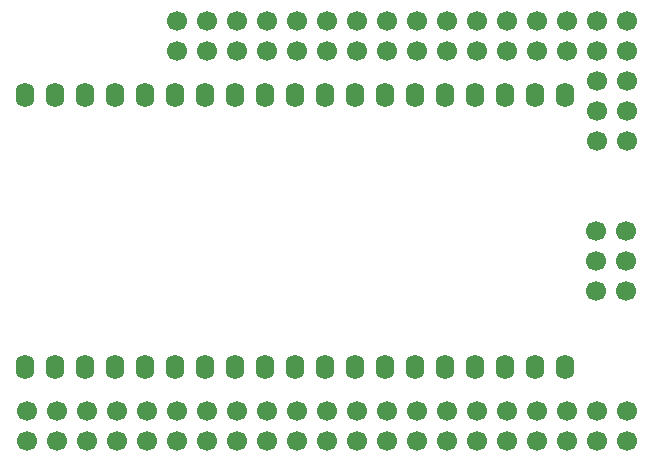
<source format=gbr>
%TF.GenerationSoftware,KiCad,Pcbnew,(5.1.6)-1*%
%TF.CreationDate,2022-06-29T11:00:20-07:00*%
%TF.ProjectId,ESP32 Adapter Board,45535033-3220-4416-9461-707465722042,rev?*%
%TF.SameCoordinates,Original*%
%TF.FileFunction,Soldermask,Top*%
%TF.FilePolarity,Negative*%
%FSLAX46Y46*%
G04 Gerber Fmt 4.6, Leading zero omitted, Abs format (unit mm)*
G04 Created by KiCad (PCBNEW (5.1.6)-1) date 2022-06-29 11:00:20*
%MOMM*%
%LPD*%
G01*
G04 APERTURE LIST*
%ADD10O,1.600000X2.100000*%
%ADD11C,1.700000*%
G04 APERTURE END LIST*
D10*
%TO.C,U1*%
X187000000Y-83500000D03*
X184460000Y-83500000D03*
X181920000Y-83500000D03*
X179380000Y-83500000D03*
X176840000Y-83500000D03*
X174300000Y-83500000D03*
X171760000Y-83500000D03*
X169220000Y-83500000D03*
X166680000Y-83500000D03*
X164140000Y-83500000D03*
X161600000Y-83500000D03*
X159060000Y-83500000D03*
X156520000Y-83500000D03*
X153980000Y-83500000D03*
X151440000Y-83500000D03*
X148900000Y-83500000D03*
X146360000Y-83500000D03*
X143820000Y-83500000D03*
X141280000Y-83500000D03*
X141280000Y-60500000D03*
X143820000Y-60500000D03*
X146360000Y-60500000D03*
X148900000Y-60500000D03*
X151440000Y-60500000D03*
X153980000Y-60500000D03*
X156520000Y-60500000D03*
X159060000Y-60500000D03*
X161600000Y-60500000D03*
X164140000Y-60500000D03*
X166680000Y-60500000D03*
X169220000Y-60500000D03*
X171760000Y-60500000D03*
X174300000Y-60500000D03*
X176840000Y-60500000D03*
X179380000Y-60500000D03*
X181920000Y-60500000D03*
X184460000Y-60500000D03*
X187000000Y-60500000D03*
%TD*%
D11*
%TO.C,U2*%
X192229999Y-56760000D03*
X192229999Y-54220000D03*
X189689999Y-56760000D03*
X189689999Y-54220000D03*
X187149999Y-56760000D03*
X187149999Y-54220000D03*
X184609999Y-56760000D03*
X184609999Y-54220000D03*
X182069999Y-56760000D03*
X182069999Y-54220000D03*
X179529999Y-56760000D03*
X179529999Y-54220000D03*
X176989999Y-56760000D03*
X176989999Y-54220000D03*
X174449999Y-56760000D03*
X174449999Y-54220000D03*
X171909999Y-56760000D03*
X171909999Y-54220000D03*
X169369999Y-56760000D03*
X169369999Y-54220000D03*
X166829999Y-56760000D03*
X166829999Y-54220000D03*
X164289999Y-56760000D03*
X164289999Y-54220000D03*
X161749999Y-56760000D03*
X161749999Y-54220000D03*
X159209999Y-56760000D03*
X159209999Y-54220000D03*
X156669999Y-56760000D03*
X156669999Y-54220000D03*
X154129999Y-56760000D03*
X192229999Y-89780000D03*
X192229999Y-87240000D03*
X189689999Y-89780000D03*
X189689999Y-87240000D03*
X187149999Y-89780000D03*
X187149999Y-87240000D03*
X184609999Y-89780000D03*
X184609999Y-87240000D03*
X182069999Y-89780000D03*
X182069999Y-87240000D03*
X179529999Y-89780000D03*
X179529999Y-87240000D03*
X176989999Y-89780000D03*
X176989999Y-87240000D03*
X174449999Y-89780000D03*
X174449999Y-87240000D03*
X171909999Y-89780000D03*
X171909999Y-87240000D03*
X169369999Y-89780000D03*
X169369999Y-87240000D03*
X166829999Y-89780000D03*
X166829999Y-87240000D03*
X164289999Y-89780000D03*
X164289999Y-87240000D03*
X161749999Y-89780000D03*
X161749999Y-87240000D03*
X159209999Y-89780000D03*
X159209999Y-87240000D03*
X156669999Y-89780000D03*
X156669999Y-87240000D03*
X154129999Y-89780000D03*
X154129999Y-87240000D03*
X151589999Y-89780000D03*
X151589999Y-87240000D03*
X149049999Y-89780000D03*
X149049999Y-87240000D03*
X146509999Y-89780000D03*
X146509999Y-87240000D03*
X143969999Y-89780000D03*
X143969999Y-87240000D03*
X141429999Y-89780000D03*
X192169999Y-77080000D03*
X192169999Y-74540000D03*
X192169999Y-72000000D03*
X189629999Y-77080000D03*
X189629999Y-74540000D03*
X189629999Y-72000000D03*
X192229999Y-64380000D03*
X192229999Y-61840000D03*
X192229999Y-59300000D03*
X189689999Y-64380000D03*
X189689999Y-61840000D03*
X189689999Y-59300000D03*
X154129999Y-54220000D03*
X141429999Y-87240000D03*
%TD*%
M02*

</source>
